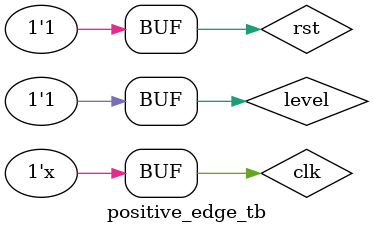
<source format=v>
module positive_edge_tb();

localparam T = 10;
localparam T2 = T*2;

reg clk,rst,level;

wire tick;

positive_edge_detector dut(clk,rst,level,tick);

initial clk = 0;
always #T clk = ~clk;

initial begin
$monitor("clk=%0b, rst=%0b, level=%0b, tick = %0b",clk,rst,level,tick);
end

initial begin
rst = 0;
level = 0;

#T2
rst = 1;
level = 1;

#T2
level = 0;

#T2
level = 1;

end

endmodule


</source>
